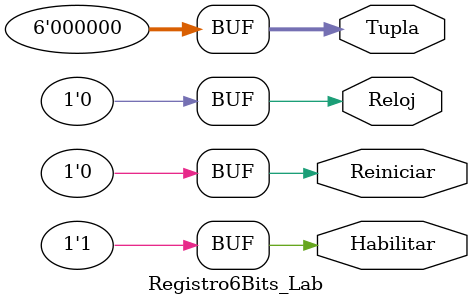
<source format=v>
module Registro6Bits_Lab (/*AUTOARG*/
   // Outputs
   Tupla, Reloj, Reiniciar, Habilitar
   ) ;
   output reg [5:0] Tupla;
   output reg Reloj, Reiniciar, Habilitar;

   wire   [5:0] RtaRegistro;
   
   Registro6Bit RegistroPrueba (RtaRegistro, Tupla, Reloj, Reiniciar, Habilitar);

   //Simulación:
   initial begin
      Tupla     = 6'b0000;
      Reloj     = 1'b0;
      Reiniciar = 1'b0;
      Habilitar = 1'b0;
   end

   initial begin
      repeat (8) begin
	 #1 Reloj <= ~Reloj;
      end
   end

   initial begin
      repeat (8) begin
	 #1 Tupla <= Tupla+1;
      end
   end
   
   initial begin
      #3 Habilitar = 1'b1;
   end

   initial begin
      $dumpfile ("Registro6Bits_Lab.vcd");
      $dumpvars;
   end  
   
endmodule // Registro6Bits_Lab

</source>
